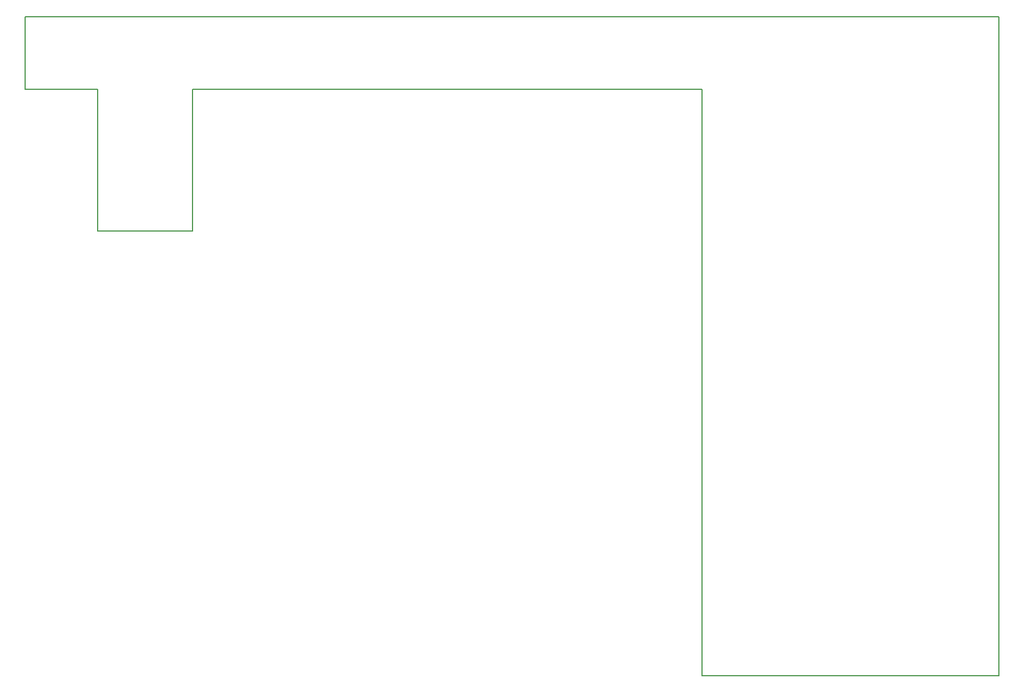
<source format=gm1>
G04 #@! TF.FileFunction,Profile,NP*
%FSLAX46Y46*%
G04 Gerber Fmt 4.6, Leading zero omitted, Abs format (unit mm)*
G04 Created by KiCad (PCBNEW 4.0.5+dfsg1-4) date Mon Feb 26 17:29:33 2018*
%MOMM*%
%LPD*%
G01*
G04 APERTURE LIST*
%ADD10C,0.150000*%
%ADD11C,0.200000*%
G04 APERTURE END LIST*
D10*
D11*
X136336000Y-37670000D02*
X136336000Y-126670000D01*
X59000000Y-59134000D02*
X59000000Y-37670000D01*
X59000000Y-37670000D02*
X136336000Y-37670000D01*
X44596000Y-59134000D02*
X59000000Y-59134000D01*
X44596000Y-37670000D02*
X44596000Y-59134000D01*
X33596000Y-37670000D02*
X44596000Y-37670000D01*
X33596000Y-26670000D02*
X33596000Y-37670000D01*
X181336000Y-126670000D02*
X136336000Y-126670000D01*
X181336000Y-26670000D02*
X181336000Y-126670000D01*
X33596000Y-26670000D02*
X181336000Y-26670000D01*
M02*

</source>
